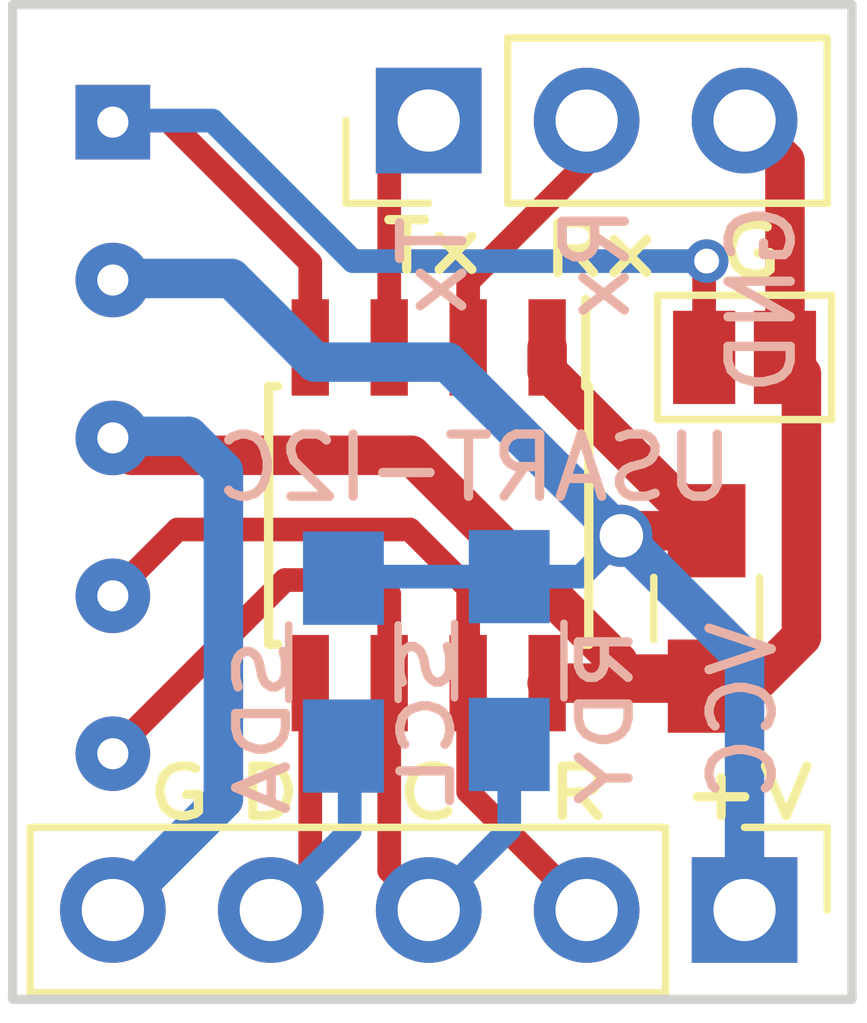
<source format=kicad_pcb>
(kicad_pcb (version 20171130) (host pcbnew "(5.1.6)-1")

  (general
    (thickness 1.6)
    (drawings 20)
    (tracks 66)
    (zones 0)
    (modules 8)
    (nets 9)
  )

  (page A4)
  (layers
    (0 F.Cu signal)
    (31 B.Cu signal)
    (32 B.Adhes user)
    (33 F.Adhes user)
    (34 B.Paste user)
    (35 F.Paste user)
    (36 B.SilkS user)
    (37 F.SilkS user)
    (38 B.Mask user)
    (39 F.Mask user)
    (40 Dwgs.User user)
    (41 Cmts.User user hide)
    (42 Eco1.User user)
    (43 Eco2.User user)
    (44 Edge.Cuts user)
    (45 Margin user)
    (46 B.CrtYd user)
    (47 F.CrtYd user)
    (48 B.Fab user hide)
    (49 F.Fab user hide)
  )

  (setup
    (last_trace_width 0.25)
    (user_trace_width 0.254)
    (user_trace_width 0.381)
    (user_trace_width 0.508)
    (user_trace_width 0.635)
    (user_trace_width 1.016)
    (user_trace_width 1.27)
    (user_trace_width 2.032)
    (user_trace_width 2.54)
    (trace_clearance 0.2)
    (zone_clearance 0.508)
    (zone_45_only no)
    (trace_min 0.2)
    (via_size 0.7)
    (via_drill 0.4)
    (via_min_size 0.4)
    (via_min_drill 0.3)
    (user_via 1 0.7)
    (uvia_size 0.3)
    (uvia_drill 0.1)
    (uvias_allowed no)
    (uvia_min_size 0.2)
    (uvia_min_drill 0.1)
    (edge_width 0.15)
    (segment_width 0.2)
    (pcb_text_width 0.3)
    (pcb_text_size 1.5 1.5)
    (mod_edge_width 0.15)
    (mod_text_size 1 1)
    (mod_text_width 0.15)
    (pad_size 1.75 1.75)
    (pad_drill 1.05)
    (pad_to_mask_clearance 0.2)
    (solder_mask_min_width 0.25)
    (aux_axis_origin 93.98508 32.56026)
    (grid_origin 93.98762 32.5501)
    (visible_elements 7FFDFF7F)
    (pcbplotparams
      (layerselection 0x010f0_ffffffff)
      (usegerberextensions false)
      (usegerberattributes false)
      (usegerberadvancedattributes false)
      (creategerberjobfile false)
      (excludeedgelayer true)
      (linewidth 0.100000)
      (plotframeref false)
      (viasonmask false)
      (mode 1)
      (useauxorigin false)
      (hpglpennumber 1)
      (hpglpenspeed 20)
      (hpglpendiameter 15.000000)
      (psnegative false)
      (psa4output false)
      (plotreference true)
      (plotvalue true)
      (plotinvisibletext false)
      (padsonsilk false)
      (subtractmaskfromsilk false)
      (outputformat 1)
      (mirror false)
      (drillshape 0)
      (scaleselection 1)
      (outputdirectory ""))
  )

  (net 0 "")
  (net 1 GND)
  (net 2 VCC)
  (net 3 TxD)
  (net 4 RxD)
  (net 5 INT)
  (net 6 SCL)
  (net 7 SDA)
  (net 8 MCLR)

  (net_class Default "This is the default net class."
    (clearance 0.2)
    (trace_width 0.25)
    (via_dia 0.7)
    (via_drill 0.4)
    (uvia_dia 0.3)
    (uvia_drill 0.1)
    (add_net GND)
    (add_net INT)
    (add_net MCLR)
    (add_net RxD)
    (add_net SCL)
    (add_net SDA)
    (add_net TxD)
    (add_net VCC)
  )

  (net_class signal ""
    (clearance 0.2)
    (trace_width 0.381)
    (via_dia 0.7)
    (via_drill 0.4)
    (uvia_dia 0.3)
    (uvia_drill 0.1)
  )

  (module modules:POGO_5_VIA (layer F.Cu) (tedit 6219EE8E) (tstamp 62188750)
    (at 167.13962 45.2501 270)
    (path /621D086D)
    (fp_text reference J3 (at 0.1524 1.4478 90) (layer F.SilkS) hide
      (effects (font (size 1 1) (thickness 0.15)))
    )
    (fp_text value "PICKIT POGO" (at 1 -1.5 90) (layer F.Fab)
      (effects (font (size 1 1) (thickness 0.15)))
    )
    (pad 5 thru_hole circle (at 6.35 2.54 270) (size 1.2 1.2) (drill 0.5) (layers *.Cu *.Mask)
      (net 6 SCL))
    (pad 2 thru_hole circle (at -1.27 2.54 270) (size 1.2 1.2) (drill 0.5) (layers *.Cu *.Mask)
      (net 2 VCC))
    (pad 4 thru_hole circle (at 3.81 2.54 270) (size 1.2 1.2) (drill 0.5) (layers *.Cu *.Mask)
      (net 5 INT))
    (pad 3 thru_hole circle (at 1.27 2.54 270) (size 1.2 1.2) (drill 0.5) (layers *.Cu *.Mask)
      (net 1 GND))
    (pad 1 thru_hole rect (at -3.81 2.54 270) (size 1.2 1.2) (drill 0.5) (layers *.Cu *.Mask)
      (net 8 MCLR))
  )

  (module Resistors_SMD:R_0805_HandSoldering (layer B.Cu) (tedit 58E0A804) (tstamp 6219EAFD)
    (at 168.30802 50.1269 270)
    (descr "Resistor SMD 0805, hand soldering")
    (tags "resistor 0805")
    (path /621A2B0D)
    (attr smd)
    (fp_text reference R2 (at 0 1.7 90) (layer B.SilkS) hide
      (effects (font (size 1 1) (thickness 0.15)) (justify mirror))
    )
    (fp_text value 10K (at 0 -1.75 90) (layer B.Fab)
      (effects (font (size 1 1) (thickness 0.15)) (justify mirror))
    )
    (fp_line (start 2.35 -0.9) (end -2.35 -0.9) (layer B.CrtYd) (width 0.05))
    (fp_line (start 2.35 -0.9) (end 2.35 0.9) (layer B.CrtYd) (width 0.05))
    (fp_line (start -2.35 0.9) (end -2.35 -0.9) (layer B.CrtYd) (width 0.05))
    (fp_line (start -2.35 0.9) (end 2.35 0.9) (layer B.CrtYd) (width 0.05))
    (fp_line (start -0.6 0.88) (end 0.6 0.88) (layer B.SilkS) (width 0.12))
    (fp_line (start 0.6 -0.88) (end -0.6 -0.88) (layer B.SilkS) (width 0.12))
    (fp_line (start -1 0.62) (end 1 0.62) (layer B.Fab) (width 0.1))
    (fp_line (start 1 0.62) (end 1 -0.62) (layer B.Fab) (width 0.1))
    (fp_line (start 1 -0.62) (end -1 -0.62) (layer B.Fab) (width 0.1))
    (fp_line (start -1 -0.62) (end -1 0.62) (layer B.Fab) (width 0.1))
    (fp_text user %R (at 0 0 90) (layer B.Fab)
      (effects (font (size 0.5 0.5) (thickness 0.075)) (justify mirror))
    )
    (pad 1 smd rect (at -1.35 0 270) (size 1.5 1.3) (layers B.Cu B.Paste B.Mask)
      (net 2 VCC))
    (pad 2 smd rect (at 1.35 0 270) (size 1.5 1.3) (layers B.Cu B.Paste B.Mask)
      (net 7 SDA))
    (model ${KISYS3DMOD}/Resistors_SMD.3dshapes/R_0805.wrl
      (at (xyz 0 0 0))
      (scale (xyz 1 1 1))
      (rotate (xyz 0 0 0))
    )
  )

  (module Resistors_SMD:R_0805_HandSoldering (layer B.Cu) (tedit 58E0A804) (tstamp 6219EB2D)
    (at 170.97502 50.1015 270)
    (descr "Resistor SMD 0805, hand soldering")
    (tags "resistor 0805")
    (path /6219E3FD)
    (attr smd)
    (fp_text reference R1 (at 0 1.7 90) (layer B.SilkS) hide
      (effects (font (size 1 1) (thickness 0.15)) (justify mirror))
    )
    (fp_text value 10K (at 0 -1.75 90) (layer B.Fab)
      (effects (font (size 1 1) (thickness 0.15)) (justify mirror))
    )
    (fp_line (start 2.35 -0.9) (end -2.35 -0.9) (layer B.CrtYd) (width 0.05))
    (fp_line (start 2.35 -0.9) (end 2.35 0.9) (layer B.CrtYd) (width 0.05))
    (fp_line (start -2.35 0.9) (end -2.35 -0.9) (layer B.CrtYd) (width 0.05))
    (fp_line (start -2.35 0.9) (end 2.35 0.9) (layer B.CrtYd) (width 0.05))
    (fp_line (start -0.6 0.88) (end 0.6 0.88) (layer B.SilkS) (width 0.12))
    (fp_line (start 0.6 -0.88) (end -0.6 -0.88) (layer B.SilkS) (width 0.12))
    (fp_line (start -1 0.62) (end 1 0.62) (layer B.Fab) (width 0.1))
    (fp_line (start 1 0.62) (end 1 -0.62) (layer B.Fab) (width 0.1))
    (fp_line (start 1 -0.62) (end -1 -0.62) (layer B.Fab) (width 0.1))
    (fp_line (start -1 -0.62) (end -1 0.62) (layer B.Fab) (width 0.1))
    (fp_text user %R (at 0 0 90) (layer B.Fab)
      (effects (font (size 0.5 0.5) (thickness 0.075)) (justify mirror))
    )
    (pad 1 smd rect (at -1.35 0 270) (size 1.5 1.3) (layers B.Cu B.Paste B.Mask)
      (net 2 VCC))
    (pad 2 smd rect (at 1.35 0 270) (size 1.5 1.3) (layers B.Cu B.Paste B.Mask)
      (net 6 SCL))
    (model ${KISYS3DMOD}/Resistors_SMD.3dshapes/R_0805.wrl
      (at (xyz 0 0 0))
      (scale (xyz 1 1 1))
      (rotate (xyz 0 0 0))
    )
  )

  (module Housings_SOIC:SOIC-8_3.9x4.9mm_Pitch1.27mm (layer F.Cu) (tedit 58CD0CDA) (tstamp 621887A3)
    (at 169.67962 47.7647 270)
    (descr "8-Lead Plastic Small Outline (SN) - Narrow, 3.90 mm Body [SOIC] (see Microchip Packaging Specification 00000049BS.pdf)")
    (tags "SOIC 1.27")
    (path /621880E6)
    (attr smd)
    (fp_text reference U1 (at 0.2159 -6.6294 90) (layer F.SilkS) hide
      (effects (font (size 1 1) (thickness 0.15)))
    )
    (fp_text value PIC12F1822 (at 0 3.5 90) (layer F.Fab)
      (effects (font (size 1 1) (thickness 0.15)))
    )
    (fp_line (start -0.95 -2.45) (end 1.95 -2.45) (layer F.Fab) (width 0.1))
    (fp_line (start 1.95 -2.45) (end 1.95 2.45) (layer F.Fab) (width 0.1))
    (fp_line (start 1.95 2.45) (end -1.95 2.45) (layer F.Fab) (width 0.1))
    (fp_line (start -1.95 2.45) (end -1.95 -1.45) (layer F.Fab) (width 0.1))
    (fp_line (start -1.95 -1.45) (end -0.95 -2.45) (layer F.Fab) (width 0.1))
    (fp_line (start -3.73 -2.7) (end -3.73 2.7) (layer F.CrtYd) (width 0.05))
    (fp_line (start 3.73 -2.7) (end 3.73 2.7) (layer F.CrtYd) (width 0.05))
    (fp_line (start -3.73 -2.7) (end 3.73 -2.7) (layer F.CrtYd) (width 0.05))
    (fp_line (start -3.73 2.7) (end 3.73 2.7) (layer F.CrtYd) (width 0.05))
    (fp_line (start -2.075 -2.575) (end -2.075 -2.525) (layer F.SilkS) (width 0.15))
    (fp_line (start 2.075 -2.575) (end 2.075 -2.43) (layer F.SilkS) (width 0.15))
    (fp_line (start 2.075 2.575) (end 2.075 2.43) (layer F.SilkS) (width 0.15))
    (fp_line (start -2.075 2.575) (end -2.075 2.43) (layer F.SilkS) (width 0.15))
    (fp_line (start -2.075 -2.575) (end 2.075 -2.575) (layer F.SilkS) (width 0.15))
    (fp_line (start -2.075 2.575) (end 2.075 2.575) (layer F.SilkS) (width 0.15))
    (fp_line (start -2.075 -2.525) (end -3.475 -2.525) (layer F.SilkS) (width 0.15))
    (fp_text user %R (at 0 0 90) (layer F.Fab)
      (effects (font (size 1 1) (thickness 0.15)))
    )
    (pad 1 smd rect (at -2.7 -1.905 270) (size 1.55 0.6) (layers F.Cu F.Paste F.Mask)
      (net 2 VCC))
    (pad 2 smd rect (at -2.7 -0.635 270) (size 1.55 0.6) (layers F.Cu F.Paste F.Mask)
      (net 4 RxD))
    (pad 3 smd rect (at -2.7 0.635 270) (size 1.55 0.6) (layers F.Cu F.Paste F.Mask)
      (net 3 TxD))
    (pad 4 smd rect (at -2.7 1.905 270) (size 1.55 0.6) (layers F.Cu F.Paste F.Mask)
      (net 8 MCLR))
    (pad 5 smd rect (at 2.7 1.905 270) (size 1.55 0.6) (layers F.Cu F.Paste F.Mask)
      (net 7 SDA))
    (pad 6 smd rect (at 2.7 0.635 270) (size 1.55 0.6) (layers F.Cu F.Paste F.Mask)
      (net 6 SCL))
    (pad 7 smd rect (at 2.7 -0.635 270) (size 1.55 0.6) (layers F.Cu F.Paste F.Mask)
      (net 5 INT))
    (pad 8 smd rect (at 2.7 -1.905 270) (size 1.55 0.6) (layers F.Cu F.Paste F.Mask)
      (net 1 GND))
    (model ${KISYS3DMOD}/Housings_SOIC.3dshapes/SOIC-8_3.9x4.9mm_Pitch1.27mm.wrl
      (at (xyz 0 0 0))
      (scale (xyz 1 1 1))
      (rotate (xyz 0 0 0))
    )
  )

  (module Jumper:SolderJumper-2_P1.3mm_Open_Pad1.0x1.5mm (layer F.Cu) (tedit 5A3EABFC) (tstamp 62188B3D)
    (at 174.75962 45.2247)
    (descr "SMD Solder Jumper, 1x1.5mm Pads, 0.3mm gap, open")
    (tags "solder jumper open")
    (path /621C157D)
    (attr virtual)
    (fp_text reference JP1 (at -2.54 -9.525) (layer F.SilkS) hide
      (effects (font (size 1 1) (thickness 0.15)))
    )
    (fp_text value OPTION (at 0 1.9) (layer F.Fab)
      (effects (font (size 1 1) (thickness 0.15)))
    )
    (fp_line (start 1.65 1.25) (end -1.65 1.25) (layer F.CrtYd) (width 0.05))
    (fp_line (start 1.65 1.25) (end 1.65 -1.25) (layer F.CrtYd) (width 0.05))
    (fp_line (start -1.65 -1.25) (end -1.65 1.25) (layer F.CrtYd) (width 0.05))
    (fp_line (start -1.65 -1.25) (end 1.65 -1.25) (layer F.CrtYd) (width 0.05))
    (fp_line (start -1.4 -1) (end 1.4 -1) (layer F.SilkS) (width 0.12))
    (fp_line (start 1.4 -1) (end 1.4 1) (layer F.SilkS) (width 0.12))
    (fp_line (start 1.4 1) (end -1.4 1) (layer F.SilkS) (width 0.12))
    (fp_line (start -1.4 1) (end -1.4 -1) (layer F.SilkS) (width 0.12))
    (pad 1 smd rect (at -0.65 0) (size 1 1.5) (layers F.Cu F.Mask)
      (net 8 MCLR))
    (pad 2 smd rect (at 0.65 0) (size 1 1.5) (layers F.Cu F.Mask)
      (net 1 GND))
  )

  (module Pin_Headers:Pin_Header_Straight_1x05_Pitch2.54mm (layer F.Cu) (tedit 59650532) (tstamp 62188865)
    (at 174.75962 54.1147 270)
    (descr "Through hole straight pin header, 1x05, 2.54mm pitch, single row")
    (tags "Through hole pin header THT 1x05 2.54mm single row")
    (path /621C579A)
    (fp_text reference J2 (at 0 -2.33 90) (layer F.SilkS) hide
      (effects (font (size 1 1) (thickness 0.15)))
    )
    (fp_text value MPU (at 0 12.49 90) (layer F.Fab)
      (effects (font (size 1 1) (thickness 0.15)))
    )
    (fp_line (start -0.635 -1.27) (end 1.27 -1.27) (layer F.Fab) (width 0.1))
    (fp_line (start 1.27 -1.27) (end 1.27 11.43) (layer F.Fab) (width 0.1))
    (fp_line (start 1.27 11.43) (end -1.27 11.43) (layer F.Fab) (width 0.1))
    (fp_line (start -1.27 11.43) (end -1.27 -0.635) (layer F.Fab) (width 0.1))
    (fp_line (start -1.27 -0.635) (end -0.635 -1.27) (layer F.Fab) (width 0.1))
    (fp_line (start -1.33 11.49) (end 1.33 11.49) (layer F.SilkS) (width 0.12))
    (fp_line (start -1.33 1.27) (end -1.33 11.49) (layer F.SilkS) (width 0.12))
    (fp_line (start 1.33 1.27) (end 1.33 11.49) (layer F.SilkS) (width 0.12))
    (fp_line (start -1.33 1.27) (end 1.33 1.27) (layer F.SilkS) (width 0.12))
    (fp_line (start -1.33 0) (end -1.33 -1.33) (layer F.SilkS) (width 0.12))
    (fp_line (start -1.33 -1.33) (end 0 -1.33) (layer F.SilkS) (width 0.12))
    (fp_line (start -1.8 -1.8) (end -1.8 11.95) (layer F.CrtYd) (width 0.05))
    (fp_line (start -1.8 11.95) (end 1.8 11.95) (layer F.CrtYd) (width 0.05))
    (fp_line (start 1.8 11.95) (end 1.8 -1.8) (layer F.CrtYd) (width 0.05))
    (fp_line (start 1.8 -1.8) (end -1.8 -1.8) (layer F.CrtYd) (width 0.05))
    (fp_text user %R (at 0 5.08) (layer F.Fab)
      (effects (font (size 1 1) (thickness 0.15)))
    )
    (pad 1 thru_hole rect (at 0 0 270) (size 1.7 1.7) (drill 1) (layers *.Cu *.Mask)
      (net 2 VCC))
    (pad 2 thru_hole oval (at 0 2.54 270) (size 1.7 1.7) (drill 1) (layers *.Cu *.Mask)
      (net 5 INT))
    (pad 3 thru_hole oval (at 0 5.08 270) (size 1.7 1.7) (drill 1) (layers *.Cu *.Mask)
      (net 6 SCL))
    (pad 4 thru_hole oval (at 0 7.62 270) (size 1.7 1.7) (drill 1) (layers *.Cu *.Mask)
      (net 7 SDA))
    (pad 5 thru_hole oval (at 0 10.16 270) (size 1.7 1.7) (drill 1) (layers *.Cu *.Mask)
      (net 1 GND))
    (model ${KISYS3DMOD}/Pin_Headers.3dshapes/Pin_Header_Straight_1x05_Pitch2.54mm.wrl
      (at (xyz 0 0 0))
      (scale (xyz 1 1 1))
      (rotate (xyz 0 0 0))
    )
  )

  (module Pin_Headers:Pin_Header_Straight_1x03_Pitch2.54mm (layer F.Cu) (tedit 59650532) (tstamp 62188821)
    (at 169.67962 41.4147 90)
    (descr "Through hole straight pin header, 1x03, 2.54mm pitch, single row")
    (tags "Through hole pin header THT 1x03 2.54mm single row")
    (path /621C7FAB)
    (fp_text reference J1 (at 0 -2.33 90) (layer F.SilkS) hide
      (effects (font (size 1 1) (thickness 0.15)))
    )
    (fp_text value TTL-232 (at 0 7.41 90) (layer F.Fab)
      (effects (font (size 1 1) (thickness 0.15)))
    )
    (fp_line (start -0.635 -1.27) (end 1.27 -1.27) (layer F.Fab) (width 0.1))
    (fp_line (start 1.27 -1.27) (end 1.27 6.35) (layer F.Fab) (width 0.1))
    (fp_line (start 1.27 6.35) (end -1.27 6.35) (layer F.Fab) (width 0.1))
    (fp_line (start -1.27 6.35) (end -1.27 -0.635) (layer F.Fab) (width 0.1))
    (fp_line (start -1.27 -0.635) (end -0.635 -1.27) (layer F.Fab) (width 0.1))
    (fp_line (start -1.33 6.41) (end 1.33 6.41) (layer F.SilkS) (width 0.12))
    (fp_line (start -1.33 1.27) (end -1.33 6.41) (layer F.SilkS) (width 0.12))
    (fp_line (start 1.33 1.27) (end 1.33 6.41) (layer F.SilkS) (width 0.12))
    (fp_line (start -1.33 1.27) (end 1.33 1.27) (layer F.SilkS) (width 0.12))
    (fp_line (start -1.33 0) (end -1.33 -1.33) (layer F.SilkS) (width 0.12))
    (fp_line (start -1.33 -1.33) (end 0 -1.33) (layer F.SilkS) (width 0.12))
    (fp_line (start -1.8 -1.8) (end -1.8 6.85) (layer F.CrtYd) (width 0.05))
    (fp_line (start -1.8 6.85) (end 1.8 6.85) (layer F.CrtYd) (width 0.05))
    (fp_line (start 1.8 6.85) (end 1.8 -1.8) (layer F.CrtYd) (width 0.05))
    (fp_line (start 1.8 -1.8) (end -1.8 -1.8) (layer F.CrtYd) (width 0.05))
    (fp_text user %R (at 0 2.54) (layer F.Fab)
      (effects (font (size 1 1) (thickness 0.15)))
    )
    (pad 1 thru_hole rect (at 0 0 90) (size 1.7 1.7) (drill 1) (layers *.Cu *.Mask)
      (net 3 TxD))
    (pad 2 thru_hole oval (at 0 2.54 90) (size 1.7 1.7) (drill 1) (layers *.Cu *.Mask)
      (net 4 RxD))
    (pad 3 thru_hole oval (at 0 5.08 90) (size 1.7 1.7) (drill 1) (layers *.Cu *.Mask)
      (net 1 GND))
    (model ${KISYS3DMOD}/Pin_Headers.3dshapes/Pin_Header_Straight_1x03_Pitch2.54mm.wrl
      (at (xyz 0 0 0))
      (scale (xyz 1 1 1))
      (rotate (xyz 0 0 0))
    )
  )

  (module Capacitors_SMD:C_0805_HandSoldering (layer F.Cu) (tedit 58AA84A8) (tstamp 62188BDB)
    (at 174.15002 49.2633 270)
    (descr "Capacitor SMD 0805, hand soldering")
    (tags "capacitor 0805")
    (path /621BA2DE)
    (attr smd)
    (fp_text reference C1 (at 0 -1.75 90) (layer F.SilkS) hide
      (effects (font (size 1 1) (thickness 0.15)))
    )
    (fp_text value .1u (at 0 1.75 90) (layer F.Fab)
      (effects (font (size 1 1) (thickness 0.15)))
    )
    (fp_line (start -1 0.62) (end -1 -0.62) (layer F.Fab) (width 0.1))
    (fp_line (start 1 0.62) (end -1 0.62) (layer F.Fab) (width 0.1))
    (fp_line (start 1 -0.62) (end 1 0.62) (layer F.Fab) (width 0.1))
    (fp_line (start -1 -0.62) (end 1 -0.62) (layer F.Fab) (width 0.1))
    (fp_line (start 0.5 -0.85) (end -0.5 -0.85) (layer F.SilkS) (width 0.12))
    (fp_line (start -0.5 0.85) (end 0.5 0.85) (layer F.SilkS) (width 0.12))
    (fp_line (start -2.25 -0.88) (end 2.25 -0.88) (layer F.CrtYd) (width 0.05))
    (fp_line (start -2.25 -0.88) (end -2.25 0.87) (layer F.CrtYd) (width 0.05))
    (fp_line (start 2.25 0.87) (end 2.25 -0.88) (layer F.CrtYd) (width 0.05))
    (fp_line (start 2.25 0.87) (end -2.25 0.87) (layer F.CrtYd) (width 0.05))
    (fp_text user %R (at 0 -1.75 90) (layer F.Fab)
      (effects (font (size 1 1) (thickness 0.15)))
    )
    (pad 1 smd rect (at -1.25 0 270) (size 1.5 1.25) (layers F.Cu F.Paste F.Mask)
      (net 2 VCC))
    (pad 2 smd rect (at 1.25 0 270) (size 1.5 1.25) (layers F.Cu F.Paste F.Mask)
      (net 1 GND))
    (model Capacitors_SMD.3dshapes/C_0805.wrl
      (at (xyz 0 0 0))
      (scale (xyz 1 1 1))
      (rotate (xyz 0 0 0))
    )
  )

  (gr_text C (at 169.67962 52.2351) (layer F.SilkS) (tstamp 6219EF9C)
    (effects (font (size 0.8 1) (thickness 0.15)))
  )
  (gr_text G (at 165.66642 52.2351) (layer F.SilkS) (tstamp 6219EF75)
    (effects (font (size 0.8 1) (thickness 0.15)))
  )
  (gr_text +V (at 174.81042 52.2351) (layer F.SilkS) (tstamp 6219EF64)
    (effects (font (size 0.8 1) (thickness 0.15)))
  )
  (gr_text D (at 167.11422 52.2351) (layer F.SilkS) (tstamp 6219EF62)
    (effects (font (size 0.8 1) (thickness 0.15)))
  )
  (gr_text G (at 174.86122 43.5229) (layer F.SilkS) (tstamp 6219EF4C)
    (effects (font (size 0.8 1) (thickness 0.15)))
  )
  (gr_text Rx (at 172.42282 43.4975) (layer F.SilkS) (tstamp 6219EF46)
    (effects (font (size 0.8 1) (thickness 0.15)))
  )
  (gr_text R (at 172.09262 52.2351) (layer F.SilkS) (tstamp 6219EF43)
    (effects (font (size 0.8 1) (thickness 0.15)))
  )
  (gr_text Tx (at 169.73042 43.4467) (layer F.SilkS)
    (effects (font (size 0.8 1) (thickness 0.15)))
  )
  (gr_text GND (at 175.03902 44.2849 90) (layer B.SilkS)
    (effects (font (size 1 1) (thickness 0.15)) (justify mirror))
  )
  (gr_text Tx (at 169.75582 43.7515 90) (layer B.SilkS)
    (effects (font (size 1 1) (thickness 0.15)) (justify mirror))
  )
  (gr_text Rx (at 172.37202 43.7007 90) (layer B.SilkS)
    (effects (font (size 1 1) (thickness 0.15)) (justify mirror))
  )
  (gr_text SDA (at 167.01262 51.1683 90) (layer B.SilkS)
    (effects (font (size 0.8 1) (thickness 0.15)) (justify mirror))
  )
  (gr_text SCL (at 169.65422 51.0667 90) (layer B.SilkS)
    (effects (font (size 0.8 1) (thickness 0.15)) (justify mirror))
  )
  (gr_text RDY (at 172.52442 50.9905 90) (layer B.SilkS)
    (effects (font (size 0.8 1) (thickness 0.15)) (justify mirror))
  )
  (gr_text VCC (at 174.73422 50.9143 90) (layer B.SilkS)
    (effects (font (size 1 1) (thickness 0.15)) (justify mirror))
  )
  (gr_text USART-I2C (at 170.41622 47.0027) (layer B.SilkS)
    (effects (font (size 1 1) (thickness 0.15)) (justify mirror))
  )
  (gr_line (start 162.98762 55.5501) (end 162.98762 39.5501) (angle 90) (layer Edge.Cuts) (width 0.15))
  (gr_line (start 176.48762 55.5501) (end 162.98762 55.5501) (angle 90) (layer Edge.Cuts) (width 0.15))
  (gr_line (start 176.48762 39.5501) (end 176.48762 55.5501) (angle 90) (layer Edge.Cuts) (width 0.15))
  (gr_line (start 162.98762 39.5501) (end 176.48762 39.5501) (angle 90) (layer Edge.Cuts) (width 0.15))

  (segment (start 171.58462 50.4647) (end 172.72762 50.4647) (width 0.635) (layer F.Cu) (net 1) (status 400000))
  (segment (start 174.10142 50.4647) (end 174.15002 50.5133) (width 0.635) (layer F.Cu) (net 1) (tstamp 62189375) (status C00000))
  (segment (start 172.72762 50.4647) (end 174.10142 50.4647) (width 0.635) (layer F.Cu) (net 1) (tstamp 621893AC) (status 800000))
  (segment (start 174.75962 41.4147) (end 175.40962 42.0647) (width 0.635) (layer F.Cu) (net 1) (status 400000))
  (segment (start 175.40962 42.0647) (end 175.40962 45.2247) (width 0.635) (layer F.Cu) (net 1) (tstamp 62189387) (status 800000))
  (segment (start 174.15002 50.5133) (end 174.88122 50.5133) (width 0.635) (layer F.Cu) (net 1) (status 400000))
  (segment (start 175.67402 45.4891) (end 175.40962 45.2247) (width 0.635) (layer F.Cu) (net 1) (tstamp 6218939D) (status C00000))
  (segment (start 175.67402 49.7205) (end 175.67402 45.4891) (width 0.635) (layer F.Cu) (net 1) (tstamp 6218939C) (status 800000))
  (segment (start 174.88122 50.5133) (end 175.67402 49.7205) (width 0.635) (layer F.Cu) (net 1) (tstamp 6218939B))
  (segment (start 164.59962 46.4947) (end 164.90442 46.7995) (width 0.635) (layer F.Cu) (net 1) (tstamp 6219EC69) (status C00000))
  (segment (start 173.76362 50.1269) (end 174.15002 50.5133) (width 0.25) (layer F.Cu) (net 1) (tstamp 6219E16D) (status C00000))
  (segment (start 172.72762 50.1269) (end 173.76362 50.1269) (width 0.25) (layer F.Cu) (net 1) (status 800000))
  (segment (start 172.72762 50.1269) (end 169.40022 46.7995) (width 0.635) (layer F.Cu) (net 1) (tstamp 6219EC66))
  (segment (start 169.40022 46.7995) (end 164.90442 46.7995) (width 0.635) (layer F.Cu) (net 1) (tstamp 6219EC67) (status 800000))
  (segment (start 164.59962 54.1147) (end 166.37762 52.3367) (width 0.635) (layer B.Cu) (net 1) (status 400000))
  (segment (start 165.81882 46.4947) (end 164.59962 46.4947) (width 0.635) (layer B.Cu) (net 1) (tstamp 6219EC63) (status 800000))
  (segment (start 166.37762 47.0535) (end 165.81882 46.4947) (width 0.635) (layer B.Cu) (net 1) (tstamp 6219EC62))
  (segment (start 166.37762 52.3367) (end 166.37762 47.0535) (width 0.635) (layer B.Cu) (net 1) (tstamp 6219EC61))
  (segment (start 171.58462 45.0647) (end 171.58462 45.4479) (width 0.635) (layer F.Cu) (net 2) (status C00000))
  (segment (start 171.58462 45.4479) (end 174.15002 48.0133) (width 0.635) (layer F.Cu) (net 2) (tstamp 62189378) (status C00000))
  (segment (start 174.75962 54.1147) (end 174.75962 50.0761) (width 0.635) (layer B.Cu) (net 2) (status 400000))
  (segment (start 174.75962 50.0761) (end 172.77842 48.0949) (width 0.635) (layer B.Cu) (net 2) (tstamp 621893B8))
  (segment (start 172.86002 48.0133) (end 174.15002 48.0133) (width 0.635) (layer F.Cu) (net 2) (tstamp 621893BB) (status 800000))
  (segment (start 172.77842 48.0949) (end 172.86002 48.0133) (width 0.635) (layer F.Cu) (net 2) (tstamp 621893BA))
  (via (at 172.77842 48.0949) (size 1) (drill 0.7) (layers F.Cu B.Cu) (net 2))
  (segment (start 164.59962 43.9547) (end 166.50462 43.9547) (width 0.635) (layer B.Cu) (net 2) (tstamp 6219EA94) (status 400000))
  (segment (start 167.85082 45.3009) (end 166.50462 43.9547) (width 0.635) (layer B.Cu) (net 2) (tstamp 6219EC5B))
  (segment (start 169.98442 45.3009) (end 167.85082 45.3009) (width 0.635) (layer B.Cu) (net 2) (tstamp 6219EC5A))
  (segment (start 169.98442 45.3009) (end 172.77842 48.0949) (width 0.635) (layer B.Cu) (net 2))
  (segment (start 167.92702 48.7553) (end 167.93082 48.7515) (width 0.381) (layer B.Cu) (net 2) (status C00000))
  (segment (start 168.40962 48.7769) (end 168.43502 48.7515) (width 0.381) (layer B.Cu) (net 2) (status C00000))
  (segment (start 168.43502 48.7515) (end 170.97502 48.7515) (width 0.381) (layer B.Cu) (net 2) (tstamp 6219E1DA) (status C00000))
  (segment (start 170.97502 48.7515) (end 172.12182 48.7515) (width 0.381) (layer B.Cu) (net 2) (status 400000))
  (segment (start 172.12182 48.7515) (end 172.77842 48.0949) (width 0.381) (layer B.Cu) (net 2) (tstamp 6219E1DD))
  (segment (start 169.04462 45.0647) (end 169.04462 42.0497) (width 0.381) (layer F.Cu) (net 3) (status C00000))
  (segment (start 169.04462 42.0497) (end 169.67962 41.4147) (width 0.381) (layer F.Cu) (net 3) (tstamp 62189360) (status C00000))
  (segment (start 170.31462 45.0647) (end 170.31462 44.0055) (width 0.381) (layer F.Cu) (net 4) (status 400000))
  (segment (start 172.21962 42.1005) (end 172.21962 41.4147) (width 0.381) (layer F.Cu) (net 4) (tstamp 62189364) (status C00000))
  (segment (start 170.31462 44.0055) (end 172.21962 42.1005) (width 0.381) (layer F.Cu) (net 4) (tstamp 62189363) (status 800000))
  (segment (start 170.31462 50.4647) (end 170.31462 52.2097) (width 0.381) (layer F.Cu) (net 5) (status 400000))
  (segment (start 170.31462 52.2097) (end 172.21962 54.1147) (width 0.381) (layer F.Cu) (net 5) (tstamp 62189371) (status 800000))
  (segment (start 164.59962 49.0347) (end 165.64102 47.9933) (width 0.381) (layer F.Cu) (net 5) (status 400000))
  (segment (start 170.31462 48.9331) (end 170.31462 50.4647) (width 0.381) (layer F.Cu) (net 5) (tstamp 62189384) (status 800000))
  (segment (start 169.37482 47.9933) (end 170.31462 48.9331) (width 0.381) (layer F.Cu) (net 5) (tstamp 62189383))
  (segment (start 165.64102 47.9933) (end 169.37482 47.9933) (width 0.381) (layer F.Cu) (net 5) (tstamp 62189382))
  (segment (start 169.04462 50.4647) (end 169.04462 53.4797) (width 0.381) (layer F.Cu) (net 6) (status 400000))
  (segment (start 169.04462 53.4797) (end 169.67962 54.1147) (width 0.381) (layer F.Cu) (net 6) (tstamp 6218936E) (status 800000))
  (segment (start 164.59962 51.5747) (end 167.36822 48.8061) (width 0.381) (layer F.Cu) (net 6) (status 400000))
  (segment (start 169.04462 49.0347) (end 169.04462 50.4647) (width 0.381) (layer F.Cu) (net 6) (tstamp 6218937F) (status 800000))
  (segment (start 168.81602 48.8061) (end 169.04462 49.0347) (width 0.381) (layer F.Cu) (net 6) (tstamp 6218937E))
  (segment (start 167.36822 48.8061) (end 168.81602 48.8061) (width 0.381) (layer F.Cu) (net 6) (tstamp 6218937D))
  (segment (start 169.67962 54.1147) (end 170.97502 52.8193) (width 0.381) (layer B.Cu) (net 6) (status 400000))
  (segment (start 170.97502 52.8193) (end 170.97502 51.4515) (width 0.381) (layer B.Cu) (net 6) (tstamp 6219E1D7) (status 800000))
  (segment (start 167.77462 50.4647) (end 167.77462 53.4797) (width 0.381) (layer F.Cu) (net 7) (status 400000))
  (segment (start 167.77462 53.4797) (end 167.13962 54.1147) (width 0.381) (layer F.Cu) (net 7) (tstamp 6218936B) (status 800000))
  (segment (start 167.13962 54.1147) (end 168.40962 52.8447) (width 0.381) (layer B.Cu) (net 7) (status 400000))
  (segment (start 168.40962 52.8447) (end 168.40962 51.4769) (width 0.381) (layer B.Cu) (net 7) (tstamp 6219E1D4) (status 800000))
  (segment (start 167.77462 45.0647) (end 167.77462 43.7007) (width 0.381) (layer F.Cu) (net 8) (status 400000))
  (segment (start 165.48862 41.4147) (end 164.59962 41.4147) (width 0.381) (layer F.Cu) (net 8) (tstamp 62189368) (status 800000))
  (segment (start 167.77462 43.7007) (end 165.48862 41.4147) (width 0.381) (layer F.Cu) (net 8) (tstamp 62189367))
  (segment (start 164.59962 41.4147) (end 166.19982 41.4147) (width 0.381) (layer B.Cu) (net 8) (status 400000))
  (segment (start 174.10962 43.7157) (end 174.10962 45.2247) (width 0.381) (layer F.Cu) (net 8) (tstamp 62189391) (status 800000))
  (segment (start 174.15002 43.6753) (end 174.10962 43.7157) (width 0.381) (layer F.Cu) (net 8) (tstamp 62189390))
  (via (at 174.15002 43.6753) (size 0.7) (drill 0.4) (layers F.Cu B.Cu) (net 8))
  (segment (start 168.46042 43.6753) (end 174.15002 43.6753) (width 0.381) (layer B.Cu) (net 8) (tstamp 6218938D))
  (segment (start 166.19982 41.4147) (end 168.46042 43.6753) (width 0.381) (layer B.Cu) (net 8) (tstamp 6218938B))

)

</source>
